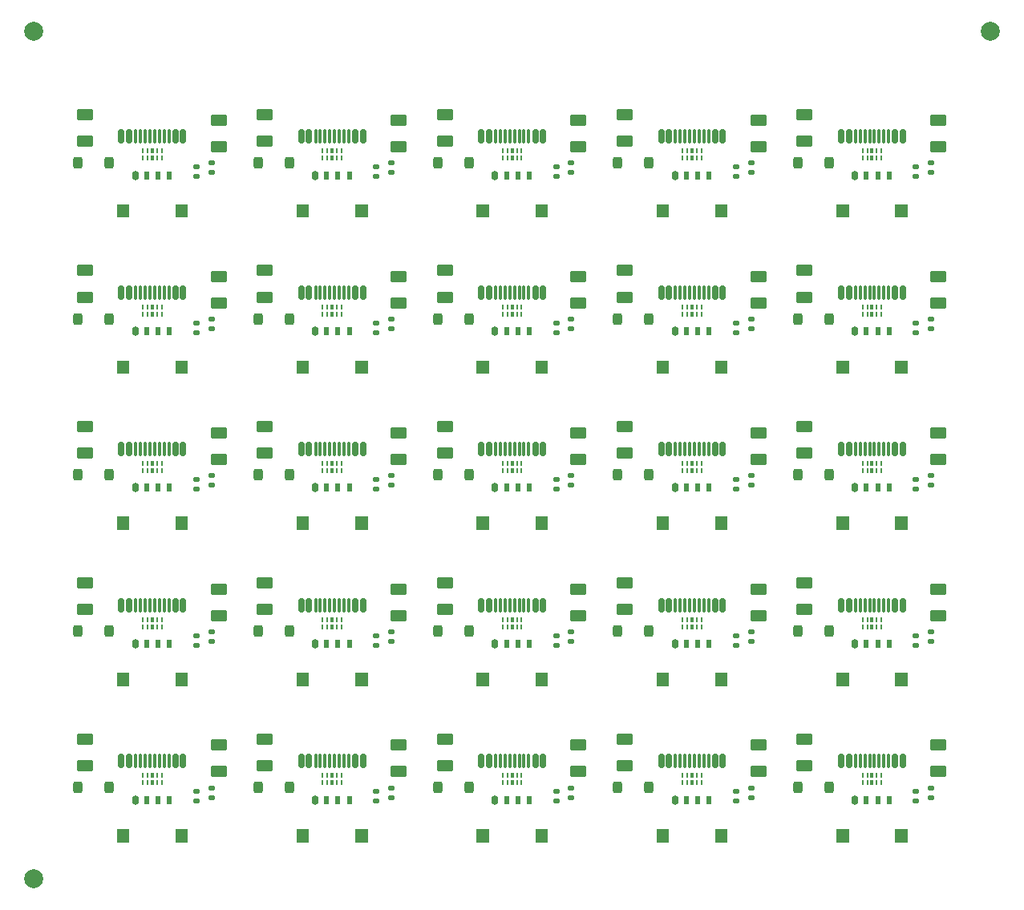
<source format=gtp>
G04 #@! TF.GenerationSoftware,KiCad,Pcbnew,(6.0.11)*
G04 #@! TF.CreationDate,2023-02-11T17:54:05+01:00*
G04 #@! TF.ProjectId,UDB-panel,5544422d-7061-46e6-956c-2e6b69636164,C4-RC1*
G04 #@! TF.SameCoordinates,Original*
G04 #@! TF.FileFunction,Paste,Top*
G04 #@! TF.FilePolarity,Positive*
%FSLAX46Y46*%
G04 Gerber Fmt 4.6, Leading zero omitted, Abs format (unit mm)*
G04 Created by KiCad (PCBNEW (6.0.11)) date 2023-02-11 17:54:05*
%MOMM*%
%LPD*%
G01*
G04 APERTURE LIST*
G04 Aperture macros list*
%AMRoundRect*
0 Rectangle with rounded corners*
0 $1 Rounding radius*
0 $2 $3 $4 $5 $6 $7 $8 $9 X,Y pos of 4 corners*
0 Add a 4 corners polygon primitive as box body*
4,1,4,$2,$3,$4,$5,$6,$7,$8,$9,$2,$3,0*
0 Add four circle primitives for the rounded corners*
1,1,$1+$1,$2,$3*
1,1,$1+$1,$4,$5*
1,1,$1+$1,$6,$7*
1,1,$1+$1,$8,$9*
0 Add four rect primitives between the rounded corners*
20,1,$1+$1,$2,$3,$4,$5,0*
20,1,$1+$1,$4,$5,$6,$7,0*
20,1,$1+$1,$6,$7,$8,$9,0*
20,1,$1+$1,$8,$9,$2,$3,0*%
G04 Aperture macros list end*
%ADD10RoundRect,0.375000X0.000000X-0.125000X0.000000X0.125000X0.000000X0.125000X0.000000X-0.125000X0*%
%ADD11R,0.600000X0.850000*%
%ADD12R,1.000000X1.000000*%
%ADD13RoundRect,0.250000X-0.250000X-0.350000X0.250000X-0.350000X0.250000X0.350000X-0.250000X0.350000X0*%
%ADD14RoundRect,0.135000X-0.185000X0.135000X-0.185000X-0.135000X0.185000X-0.135000X0.185000X0.135000X0*%
%ADD15RoundRect,0.250000X-0.625000X0.375000X-0.625000X-0.375000X0.625000X-0.375000X0.625000X0.375000X0*%
%ADD16RoundRect,0.250000X0.625000X-0.375000X0.625000X0.375000X-0.625000X0.375000X-0.625000X-0.375000X0*%
%ADD17RoundRect,0.150000X0.150000X0.575000X-0.150000X0.575000X-0.150000X-0.575000X0.150000X-0.575000X0*%
%ADD18RoundRect,0.075000X0.075000X0.650000X-0.075000X0.650000X-0.075000X-0.650000X0.075000X-0.650000X0*%
%ADD19RoundRect,0.125000X0.000000X-0.150000X0.000000X-0.150000X0.000000X0.150000X0.000000X0.150000X0*%
%ADD20R,0.250000X0.550000*%
%ADD21R,0.300000X0.550000*%
%ADD22C,2.000000*%
G04 APERTURE END LIST*
G04 #@! TO.C,J2*
G36*
X69550000Y40750000D02*
G01*
X68250000Y40750000D01*
X68250000Y39350000D01*
X69550000Y39350000D01*
X69550000Y40750000D01*
G37*
G36*
X75750000Y40750000D02*
G01*
X74450000Y40750000D01*
X74450000Y39350000D01*
X75750000Y39350000D01*
X75750000Y40750000D01*
G37*
G36*
X37750000Y73750000D02*
G01*
X36450000Y73750000D01*
X36450000Y72350000D01*
X37750000Y72350000D01*
X37750000Y73750000D01*
G37*
G36*
X31550000Y73750000D02*
G01*
X30250000Y73750000D01*
X30250000Y72350000D01*
X31550000Y72350000D01*
X31550000Y73750000D01*
G37*
G36*
X50550000Y24250000D02*
G01*
X49250000Y24250000D01*
X49250000Y22850000D01*
X50550000Y22850000D01*
X50550000Y24250000D01*
G37*
G36*
X56750000Y24250000D02*
G01*
X55450000Y24250000D01*
X55450000Y22850000D01*
X56750000Y22850000D01*
X56750000Y24250000D01*
G37*
G36*
X12550000Y7750000D02*
G01*
X11250000Y7750000D01*
X11250000Y6350000D01*
X12550000Y6350000D01*
X12550000Y7750000D01*
G37*
G36*
X18750000Y7750000D02*
G01*
X17450000Y7750000D01*
X17450000Y6350000D01*
X18750000Y6350000D01*
X18750000Y7750000D01*
G37*
G36*
X56750000Y7750000D02*
G01*
X55450000Y7750000D01*
X55450000Y6350000D01*
X56750000Y6350000D01*
X56750000Y7750000D01*
G37*
G36*
X50550000Y7750000D02*
G01*
X49250000Y7750000D01*
X49250000Y6350000D01*
X50550000Y6350000D01*
X50550000Y7750000D01*
G37*
G36*
X31550000Y24250000D02*
G01*
X30250000Y24250000D01*
X30250000Y22850000D01*
X31550000Y22850000D01*
X31550000Y24250000D01*
G37*
G36*
X37750000Y24250000D02*
G01*
X36450000Y24250000D01*
X36450000Y22850000D01*
X37750000Y22850000D01*
X37750000Y24250000D01*
G37*
G36*
X94750000Y40750000D02*
G01*
X93450000Y40750000D01*
X93450000Y39350000D01*
X94750000Y39350000D01*
X94750000Y40750000D01*
G37*
G36*
X88550000Y40750000D02*
G01*
X87250000Y40750000D01*
X87250000Y39350000D01*
X88550000Y39350000D01*
X88550000Y40750000D01*
G37*
G36*
X31550000Y7750000D02*
G01*
X30250000Y7750000D01*
X30250000Y6350000D01*
X31550000Y6350000D01*
X31550000Y7750000D01*
G37*
G36*
X37750000Y7750000D02*
G01*
X36450000Y7750000D01*
X36450000Y6350000D01*
X37750000Y6350000D01*
X37750000Y7750000D01*
G37*
G36*
X12550000Y73750000D02*
G01*
X11250000Y73750000D01*
X11250000Y72350000D01*
X12550000Y72350000D01*
X12550000Y73750000D01*
G37*
G36*
X18750000Y73750000D02*
G01*
X17450000Y73750000D01*
X17450000Y72350000D01*
X18750000Y72350000D01*
X18750000Y73750000D01*
G37*
G36*
X50550000Y73750000D02*
G01*
X49250000Y73750000D01*
X49250000Y72350000D01*
X50550000Y72350000D01*
X50550000Y73750000D01*
G37*
G36*
X56750000Y73750000D02*
G01*
X55450000Y73750000D01*
X55450000Y72350000D01*
X56750000Y72350000D01*
X56750000Y73750000D01*
G37*
G36*
X37750000Y40750000D02*
G01*
X36450000Y40750000D01*
X36450000Y39350000D01*
X37750000Y39350000D01*
X37750000Y40750000D01*
G37*
G36*
X31550000Y40750000D02*
G01*
X30250000Y40750000D01*
X30250000Y39350000D01*
X31550000Y39350000D01*
X31550000Y40750000D01*
G37*
G36*
X69550000Y57250000D02*
G01*
X68250000Y57250000D01*
X68250000Y55850000D01*
X69550000Y55850000D01*
X69550000Y57250000D01*
G37*
G36*
X75750000Y57250000D02*
G01*
X74450000Y57250000D01*
X74450000Y55850000D01*
X75750000Y55850000D01*
X75750000Y57250000D01*
G37*
G36*
X75750000Y24250000D02*
G01*
X74450000Y24250000D01*
X74450000Y22850000D01*
X75750000Y22850000D01*
X75750000Y24250000D01*
G37*
G36*
X69550000Y24250000D02*
G01*
X68250000Y24250000D01*
X68250000Y22850000D01*
X69550000Y22850000D01*
X69550000Y24250000D01*
G37*
G36*
X94750000Y7750000D02*
G01*
X93450000Y7750000D01*
X93450000Y6350000D01*
X94750000Y6350000D01*
X94750000Y7750000D01*
G37*
G36*
X88550000Y7750000D02*
G01*
X87250000Y7750000D01*
X87250000Y6350000D01*
X88550000Y6350000D01*
X88550000Y7750000D01*
G37*
G36*
X69550000Y7750000D02*
G01*
X68250000Y7750000D01*
X68250000Y6350000D01*
X69550000Y6350000D01*
X69550000Y7750000D01*
G37*
G36*
X75750000Y7750000D02*
G01*
X74450000Y7750000D01*
X74450000Y6350000D01*
X75750000Y6350000D01*
X75750000Y7750000D01*
G37*
G36*
X88550000Y24250000D02*
G01*
X87250000Y24250000D01*
X87250000Y22850000D01*
X88550000Y22850000D01*
X88550000Y24250000D01*
G37*
G36*
X94750000Y24250000D02*
G01*
X93450000Y24250000D01*
X93450000Y22850000D01*
X94750000Y22850000D01*
X94750000Y24250000D01*
G37*
G36*
X94750000Y57250000D02*
G01*
X93450000Y57250000D01*
X93450000Y55850000D01*
X94750000Y55850000D01*
X94750000Y57250000D01*
G37*
G36*
X88550000Y57250000D02*
G01*
X87250000Y57250000D01*
X87250000Y55850000D01*
X88550000Y55850000D01*
X88550000Y57250000D01*
G37*
G36*
X18750000Y24250000D02*
G01*
X17450000Y24250000D01*
X17450000Y22850000D01*
X18750000Y22850000D01*
X18750000Y24250000D01*
G37*
G36*
X12550000Y24250000D02*
G01*
X11250000Y24250000D01*
X11250000Y22850000D01*
X12550000Y22850000D01*
X12550000Y24250000D01*
G37*
G36*
X18750000Y40750000D02*
G01*
X17450000Y40750000D01*
X17450000Y39350000D01*
X18750000Y39350000D01*
X18750000Y40750000D01*
G37*
G36*
X12550000Y40750000D02*
G01*
X11250000Y40750000D01*
X11250000Y39350000D01*
X12550000Y39350000D01*
X12550000Y40750000D01*
G37*
G36*
X56750000Y40750000D02*
G01*
X55450000Y40750000D01*
X55450000Y39350000D01*
X56750000Y39350000D01*
X56750000Y40750000D01*
G37*
G36*
X50550000Y40750000D02*
G01*
X49250000Y40750000D01*
X49250000Y39350000D01*
X50550000Y39350000D01*
X50550000Y40750000D01*
G37*
G36*
X18750000Y57250000D02*
G01*
X17450000Y57250000D01*
X17450000Y55850000D01*
X18750000Y55850000D01*
X18750000Y57250000D01*
G37*
G36*
X12550000Y57250000D02*
G01*
X11250000Y57250000D01*
X11250000Y55850000D01*
X12550000Y55850000D01*
X12550000Y57250000D01*
G37*
G36*
X69550000Y73750000D02*
G01*
X68250000Y73750000D01*
X68250000Y72350000D01*
X69550000Y72350000D01*
X69550000Y73750000D01*
G37*
G36*
X75750000Y73750000D02*
G01*
X74450000Y73750000D01*
X74450000Y72350000D01*
X75750000Y72350000D01*
X75750000Y73750000D01*
G37*
G36*
X56750000Y57250000D02*
G01*
X55450000Y57250000D01*
X55450000Y55850000D01*
X56750000Y55850000D01*
X56750000Y57250000D01*
G37*
G36*
X50550000Y57250000D02*
G01*
X49250000Y57250000D01*
X49250000Y55850000D01*
X50550000Y55850000D01*
X50550000Y57250000D01*
G37*
G36*
X31550000Y57250000D02*
G01*
X30250000Y57250000D01*
X30250000Y55850000D01*
X31550000Y55850000D01*
X31550000Y57250000D01*
G37*
G36*
X37750000Y57250000D02*
G01*
X36450000Y57250000D01*
X36450000Y55850000D01*
X37750000Y55850000D01*
X37750000Y57250000D01*
G37*
G36*
X88550000Y73750000D02*
G01*
X87250000Y73750000D01*
X87250000Y72350000D01*
X88550000Y72350000D01*
X88550000Y73750000D01*
G37*
G36*
X94750000Y73750000D02*
G01*
X93450000Y73750000D01*
X93450000Y72350000D01*
X94750000Y72350000D01*
X94750000Y73750000D01*
G37*
G04 #@! TD*
D10*
G04 #@! TO.C,J2*
X70200000Y43800000D03*
D11*
X71400000Y43800000D03*
X72600000Y43800000D03*
X73800000Y43800000D03*
D12*
X68900000Y40050000D03*
X75100000Y40050000D03*
G04 #@! TD*
D13*
G04 #@! TO.C,D1*
X64150000Y78153000D03*
X67450000Y78153000D03*
G04 #@! TD*
D14*
G04 #@! TO.C,R1*
X95648000Y28210000D03*
X95648000Y27190000D03*
G04 #@! TD*
D15*
G04 #@! TO.C,F1*
X64886000Y83236000D03*
X64886000Y80436000D03*
G04 #@! TD*
D14*
G04 #@! TO.C,R1*
X38648000Y28210000D03*
X38648000Y27190000D03*
G04 #@! TD*
D16*
G04 #@! TO.C,L1*
X41000000Y13817000D03*
X41000000Y16617000D03*
G04 #@! TD*
G04 #@! TO.C,L1*
X60000000Y30317000D03*
X60000000Y33117000D03*
G04 #@! TD*
D13*
G04 #@! TO.C,D1*
X45150000Y12153000D03*
X48450000Y12153000D03*
G04 #@! TD*
D17*
G04 #@! TO.C,J1*
X56248000Y80925000D03*
X55448000Y80925000D03*
D18*
X54248000Y80925000D03*
X53252000Y80925000D03*
X52748000Y80925000D03*
X51748000Y80925000D03*
D17*
X49748000Y80925000D03*
X50548000Y80925000D03*
D18*
X51248000Y80925000D03*
X52248000Y80925000D03*
X53748000Y80925000D03*
X54748000Y80925000D03*
G04 #@! TD*
D13*
G04 #@! TO.C,D1*
X45150000Y28653000D03*
X48450000Y28653000D03*
G04 #@! TD*
D15*
G04 #@! TO.C,F1*
X7886000Y66736000D03*
X7886000Y63936000D03*
G04 #@! TD*
D14*
G04 #@! TO.C,R2*
X40248000Y12110000D03*
X40248000Y11090000D03*
G04 #@! TD*
D19*
G04 #@! TO.C,U1*
X32998000Y78631600D03*
D20*
X33498000Y78631600D03*
D21*
X33998000Y78631600D03*
D20*
X34498000Y78631600D03*
X34998000Y78631600D03*
X34998000Y79401600D03*
X34498000Y79401600D03*
D21*
X33998000Y79401600D03*
D20*
X33498000Y79401600D03*
X32998000Y79401600D03*
G04 #@! TD*
D14*
G04 #@! TO.C,R1*
X19648000Y44710000D03*
X19648000Y43690000D03*
G04 #@! TD*
G04 #@! TO.C,R1*
X19648000Y61210000D03*
X19648000Y60190000D03*
G04 #@! TD*
D15*
G04 #@! TO.C,F1*
X45886000Y50236000D03*
X45886000Y47436000D03*
G04 #@! TD*
D19*
G04 #@! TO.C,U1*
X70998000Y45631600D03*
D20*
X71498000Y45631600D03*
D21*
X71998000Y45631600D03*
D20*
X72498000Y45631600D03*
X72998000Y45631600D03*
X72998000Y46401600D03*
X72498000Y46401600D03*
D21*
X71998000Y46401600D03*
D20*
X71498000Y46401600D03*
X70998000Y46401600D03*
G04 #@! TD*
D10*
G04 #@! TO.C,J2*
X32200000Y76800000D03*
D11*
X33400000Y76800000D03*
X34600000Y76800000D03*
X35800000Y76800000D03*
D12*
X30900000Y73050000D03*
X37100000Y73050000D03*
G04 #@! TD*
D15*
G04 #@! TO.C,F1*
X83886000Y17236000D03*
X83886000Y14436000D03*
G04 #@! TD*
G04 #@! TO.C,F1*
X45886000Y17236000D03*
X45886000Y14436000D03*
G04 #@! TD*
D19*
G04 #@! TO.C,U1*
X51998000Y45631600D03*
D20*
X52498000Y45631600D03*
D21*
X52998000Y45631600D03*
D20*
X53498000Y45631600D03*
X53998000Y45631600D03*
X53998000Y46401600D03*
X53498000Y46401600D03*
D21*
X52998000Y46401600D03*
D20*
X52498000Y46401600D03*
X51998000Y46401600D03*
G04 #@! TD*
D19*
G04 #@! TO.C,U1*
X89998000Y78631600D03*
D20*
X90498000Y78631600D03*
D21*
X90998000Y78631600D03*
D20*
X91498000Y78631600D03*
X91998000Y78631600D03*
X91998000Y79401600D03*
X91498000Y79401600D03*
D21*
X90998000Y79401600D03*
D20*
X90498000Y79401600D03*
X89998000Y79401600D03*
G04 #@! TD*
D10*
G04 #@! TO.C,J2*
X51200000Y27300000D03*
D11*
X52400000Y27300000D03*
X53600000Y27300000D03*
X54800000Y27300000D03*
D12*
X49900000Y23550000D03*
X56100000Y23550000D03*
G04 #@! TD*
D10*
G04 #@! TO.C,J2*
X13200000Y10800000D03*
D11*
X14400000Y10800000D03*
X15600000Y10800000D03*
X16800000Y10800000D03*
D12*
X11900000Y7050000D03*
X18100000Y7050000D03*
G04 #@! TD*
D16*
G04 #@! TO.C,L1*
X79000000Y13817000D03*
X79000000Y16617000D03*
G04 #@! TD*
D19*
G04 #@! TO.C,U1*
X32998000Y45631600D03*
D20*
X33498000Y45631600D03*
D21*
X33998000Y45631600D03*
D20*
X34498000Y45631600D03*
X34998000Y45631600D03*
X34998000Y46401600D03*
X34498000Y46401600D03*
D21*
X33998000Y46401600D03*
D20*
X33498000Y46401600D03*
X32998000Y46401600D03*
G04 #@! TD*
D17*
G04 #@! TO.C,J1*
X56248000Y14925000D03*
X55448000Y14925000D03*
D18*
X54248000Y14925000D03*
X53252000Y14925000D03*
X52748000Y14925000D03*
X51748000Y14925000D03*
D17*
X49748000Y14925000D03*
X50548000Y14925000D03*
D18*
X51248000Y14925000D03*
X52248000Y14925000D03*
X53748000Y14925000D03*
X54748000Y14925000D03*
G04 #@! TD*
D13*
G04 #@! TO.C,D1*
X7150000Y78153000D03*
X10450000Y78153000D03*
G04 #@! TD*
D15*
G04 #@! TO.C,F1*
X83886000Y83236000D03*
X83886000Y80436000D03*
G04 #@! TD*
D13*
G04 #@! TO.C,D1*
X26150000Y12153000D03*
X29450000Y12153000D03*
G04 #@! TD*
G04 #@! TO.C,D1*
X83150000Y12153000D03*
X86450000Y12153000D03*
G04 #@! TD*
D16*
G04 #@! TO.C,L1*
X41000000Y46817000D03*
X41000000Y49617000D03*
G04 #@! TD*
D19*
G04 #@! TO.C,U1*
X89998000Y12631600D03*
D20*
X90498000Y12631600D03*
D21*
X90998000Y12631600D03*
D20*
X91498000Y12631600D03*
X91998000Y12631600D03*
X91998000Y13401600D03*
X91498000Y13401600D03*
D21*
X90998000Y13401600D03*
D20*
X90498000Y13401600D03*
X89998000Y13401600D03*
G04 #@! TD*
D13*
G04 #@! TO.C,D1*
X83150000Y45153000D03*
X86450000Y45153000D03*
G04 #@! TD*
D10*
G04 #@! TO.C,J2*
X51200000Y10800000D03*
D11*
X52400000Y10800000D03*
X53600000Y10800000D03*
X54800000Y10800000D03*
D12*
X49900000Y7050000D03*
X56100000Y7050000D03*
G04 #@! TD*
D14*
G04 #@! TO.C,R2*
X21248000Y12110000D03*
X21248000Y11090000D03*
G04 #@! TD*
D13*
G04 #@! TO.C,D1*
X45150000Y61653000D03*
X48450000Y61653000D03*
G04 #@! TD*
D16*
G04 #@! TO.C,L1*
X79000000Y30317000D03*
X79000000Y33117000D03*
G04 #@! TD*
D10*
G04 #@! TO.C,J2*
X32200000Y27300000D03*
D11*
X33400000Y27300000D03*
X34600000Y27300000D03*
X35800000Y27300000D03*
D12*
X37100000Y23550000D03*
X30900000Y23550000D03*
G04 #@! TD*
D14*
G04 #@! TO.C,R1*
X57648000Y44710000D03*
X57648000Y43690000D03*
G04 #@! TD*
G04 #@! TO.C,R1*
X19648000Y77710000D03*
X19648000Y76690000D03*
G04 #@! TD*
D15*
G04 #@! TO.C,F1*
X7886000Y83236000D03*
X7886000Y80436000D03*
G04 #@! TD*
D13*
G04 #@! TO.C,D1*
X26150000Y61653000D03*
X29450000Y61653000D03*
G04 #@! TD*
D10*
G04 #@! TO.C,J2*
X89200000Y43800000D03*
D11*
X90400000Y43800000D03*
X91600000Y43800000D03*
X92800000Y43800000D03*
D12*
X94100000Y40050000D03*
X87900000Y40050000D03*
G04 #@! TD*
D14*
G04 #@! TO.C,R2*
X40248000Y61610000D03*
X40248000Y60590000D03*
G04 #@! TD*
D15*
G04 #@! TO.C,F1*
X26886000Y83236000D03*
X26886000Y80436000D03*
G04 #@! TD*
D19*
G04 #@! TO.C,U1*
X51998000Y12631600D03*
D20*
X52498000Y12631600D03*
D21*
X52998000Y12631600D03*
D20*
X53498000Y12631600D03*
X53998000Y12631600D03*
X53998000Y13401600D03*
X53498000Y13401600D03*
D21*
X52998000Y13401600D03*
D20*
X52498000Y13401600D03*
X51998000Y13401600D03*
G04 #@! TD*
D13*
G04 #@! TO.C,D1*
X64150000Y45153000D03*
X67450000Y45153000D03*
G04 #@! TD*
D14*
G04 #@! TO.C,R2*
X40248000Y28610000D03*
X40248000Y27590000D03*
G04 #@! TD*
D10*
G04 #@! TO.C,J2*
X32200000Y10800000D03*
D11*
X33400000Y10800000D03*
X34600000Y10800000D03*
X35800000Y10800000D03*
D12*
X37100000Y7050000D03*
X30900000Y7050000D03*
G04 #@! TD*
D10*
G04 #@! TO.C,J2*
X13200000Y76800000D03*
D11*
X14400000Y76800000D03*
X15600000Y76800000D03*
X16800000Y76800000D03*
D12*
X11900000Y73050000D03*
X18100000Y73050000D03*
G04 #@! TD*
D14*
G04 #@! TO.C,R2*
X78248000Y78110000D03*
X78248000Y77090000D03*
G04 #@! TD*
D13*
G04 #@! TO.C,D1*
X7150000Y12153000D03*
X10450000Y12153000D03*
G04 #@! TD*
D15*
G04 #@! TO.C,F1*
X64886000Y33736000D03*
X64886000Y30936000D03*
G04 #@! TD*
D14*
G04 #@! TO.C,R1*
X57648000Y28210000D03*
X57648000Y27190000D03*
G04 #@! TD*
D16*
G04 #@! TO.C,L1*
X22000000Y79817000D03*
X22000000Y82617000D03*
G04 #@! TD*
D14*
G04 #@! TO.C,R2*
X78248000Y12110000D03*
X78248000Y11090000D03*
G04 #@! TD*
D17*
G04 #@! TO.C,J1*
X75248000Y31425000D03*
X74448000Y31425000D03*
D18*
X73248000Y31425000D03*
X72252000Y31425000D03*
X71748000Y31425000D03*
X70748000Y31425000D03*
D17*
X68748000Y31425000D03*
X69548000Y31425000D03*
D18*
X70248000Y31425000D03*
X71248000Y31425000D03*
X72748000Y31425000D03*
X73748000Y31425000D03*
G04 #@! TD*
D15*
G04 #@! TO.C,F1*
X64886000Y66736000D03*
X64886000Y63936000D03*
G04 #@! TD*
D14*
G04 #@! TO.C,R1*
X38648000Y11710000D03*
X38648000Y10690000D03*
G04 #@! TD*
D17*
G04 #@! TO.C,J1*
X37248000Y14925000D03*
X36448000Y14925000D03*
D18*
X35248000Y14925000D03*
X34252000Y14925000D03*
X33748000Y14925000D03*
X32748000Y14925000D03*
D17*
X30748000Y14925000D03*
X31548000Y14925000D03*
D18*
X32248000Y14925000D03*
X33248000Y14925000D03*
X34748000Y14925000D03*
X35748000Y14925000D03*
G04 #@! TD*
D15*
G04 #@! TO.C,F1*
X45886000Y83236000D03*
X45886000Y80436000D03*
G04 #@! TD*
D17*
G04 #@! TO.C,J1*
X94248000Y14925000D03*
X93448000Y14925000D03*
D18*
X92248000Y14925000D03*
X91252000Y14925000D03*
X90748000Y14925000D03*
X89748000Y14925000D03*
D17*
X87748000Y14925000D03*
X88548000Y14925000D03*
D18*
X89248000Y14925000D03*
X90248000Y14925000D03*
X91748000Y14925000D03*
X92748000Y14925000D03*
G04 #@! TD*
D14*
G04 #@! TO.C,R2*
X59248000Y12110000D03*
X59248000Y11090000D03*
G04 #@! TD*
G04 #@! TO.C,R1*
X76648000Y61210000D03*
X76648000Y60190000D03*
G04 #@! TD*
G04 #@! TO.C,R1*
X95648000Y61210000D03*
X95648000Y60190000D03*
G04 #@! TD*
D13*
G04 #@! TO.C,D1*
X26150000Y45153000D03*
X29450000Y45153000D03*
G04 #@! TD*
D22*
G04 #@! TO.C,REF\u002A\u002A*
X2500000Y2500000D03*
G04 #@! TD*
D19*
G04 #@! TO.C,U1*
X13998000Y45631600D03*
D20*
X14498000Y45631600D03*
D21*
X14998000Y45631600D03*
D20*
X15498000Y45631600D03*
X15998000Y45631600D03*
X15998000Y46401600D03*
X15498000Y46401600D03*
D21*
X14998000Y46401600D03*
D20*
X14498000Y46401600D03*
X13998000Y46401600D03*
G04 #@! TD*
D14*
G04 #@! TO.C,R1*
X76648000Y44710000D03*
X76648000Y43690000D03*
G04 #@! TD*
D10*
G04 #@! TO.C,J2*
X51200000Y76800000D03*
D11*
X52400000Y76800000D03*
X53600000Y76800000D03*
X54800000Y76800000D03*
D12*
X56100000Y73050000D03*
X49900000Y73050000D03*
G04 #@! TD*
D14*
G04 #@! TO.C,R2*
X97248000Y45110000D03*
X97248000Y44090000D03*
G04 #@! TD*
D16*
G04 #@! TO.C,L1*
X22000000Y13817000D03*
X22000000Y16617000D03*
G04 #@! TD*
D14*
G04 #@! TO.C,R1*
X57648000Y77710000D03*
X57648000Y76690000D03*
G04 #@! TD*
D19*
G04 #@! TO.C,U1*
X70998000Y12631600D03*
D20*
X71498000Y12631600D03*
D21*
X71998000Y12631600D03*
D20*
X72498000Y12631600D03*
X72998000Y12631600D03*
X72998000Y13401600D03*
X72498000Y13401600D03*
D21*
X71998000Y13401600D03*
D20*
X71498000Y13401600D03*
X70998000Y13401600D03*
G04 #@! TD*
D14*
G04 #@! TO.C,R1*
X38648000Y61210000D03*
X38648000Y60190000D03*
G04 #@! TD*
D17*
G04 #@! TO.C,J1*
X56248000Y64425000D03*
X55448000Y64425000D03*
D18*
X54248000Y64425000D03*
X53252000Y64425000D03*
X52748000Y64425000D03*
X51748000Y64425000D03*
D17*
X49748000Y64425000D03*
X50548000Y64425000D03*
D18*
X51248000Y64425000D03*
X52248000Y64425000D03*
X53748000Y64425000D03*
X54748000Y64425000D03*
G04 #@! TD*
D14*
G04 #@! TO.C,R2*
X97248000Y28610000D03*
X97248000Y27590000D03*
G04 #@! TD*
D13*
G04 #@! TO.C,D1*
X83150000Y28653000D03*
X86450000Y28653000D03*
G04 #@! TD*
D15*
G04 #@! TO.C,F1*
X83886000Y50236000D03*
X83886000Y47436000D03*
G04 #@! TD*
D19*
G04 #@! TO.C,U1*
X51998000Y29131600D03*
D20*
X52498000Y29131600D03*
D21*
X52998000Y29131600D03*
D20*
X53498000Y29131600D03*
X53998000Y29131600D03*
X53998000Y29901600D03*
X53498000Y29901600D03*
D21*
X52998000Y29901600D03*
D20*
X52498000Y29901600D03*
X51998000Y29901600D03*
G04 #@! TD*
D19*
G04 #@! TO.C,U1*
X89998000Y29131600D03*
D20*
X90498000Y29131600D03*
D21*
X90998000Y29131600D03*
D20*
X91498000Y29131600D03*
X91998000Y29131600D03*
X91998000Y29901600D03*
X91498000Y29901600D03*
D21*
X90998000Y29901600D03*
D20*
X90498000Y29901600D03*
X89998000Y29901600D03*
G04 #@! TD*
D16*
G04 #@! TO.C,L1*
X79000000Y79817000D03*
X79000000Y82617000D03*
G04 #@! TD*
D13*
G04 #@! TO.C,D1*
X45150000Y45153000D03*
X48450000Y45153000D03*
G04 #@! TD*
D16*
G04 #@! TO.C,L1*
X98000000Y13817000D03*
X98000000Y16617000D03*
G04 #@! TD*
D13*
G04 #@! TO.C,D1*
X26150000Y28653000D03*
X29450000Y28653000D03*
G04 #@! TD*
D19*
G04 #@! TO.C,U1*
X70998000Y78631600D03*
D20*
X71498000Y78631600D03*
D21*
X71998000Y78631600D03*
D20*
X72498000Y78631600D03*
X72998000Y78631600D03*
X72998000Y79401600D03*
X72498000Y79401600D03*
D21*
X71998000Y79401600D03*
D20*
X71498000Y79401600D03*
X70998000Y79401600D03*
G04 #@! TD*
D15*
G04 #@! TO.C,F1*
X7886000Y50236000D03*
X7886000Y47436000D03*
G04 #@! TD*
D14*
G04 #@! TO.C,R1*
X38648000Y44710000D03*
X38648000Y43690000D03*
G04 #@! TD*
G04 #@! TO.C,R2*
X59248000Y45110000D03*
X59248000Y44090000D03*
G04 #@! TD*
G04 #@! TO.C,R2*
X78248000Y45110000D03*
X78248000Y44090000D03*
G04 #@! TD*
G04 #@! TO.C,R1*
X95648000Y77710000D03*
X95648000Y76690000D03*
G04 #@! TD*
D10*
G04 #@! TO.C,J2*
X32200000Y43800000D03*
D11*
X33400000Y43800000D03*
X34600000Y43800000D03*
X35800000Y43800000D03*
D12*
X37100000Y40050000D03*
X30900000Y40050000D03*
G04 #@! TD*
D13*
G04 #@! TO.C,D1*
X64150000Y12153000D03*
X67450000Y12153000D03*
G04 #@! TD*
D17*
G04 #@! TO.C,J1*
X75248000Y47925000D03*
X74448000Y47925000D03*
D18*
X73248000Y47925000D03*
X72252000Y47925000D03*
X71748000Y47925000D03*
X70748000Y47925000D03*
D17*
X68748000Y47925000D03*
X69548000Y47925000D03*
D18*
X70248000Y47925000D03*
X71248000Y47925000D03*
X72748000Y47925000D03*
X73748000Y47925000D03*
G04 #@! TD*
D17*
G04 #@! TO.C,J1*
X18248000Y47925000D03*
X17448000Y47925000D03*
D18*
X16248000Y47925000D03*
X15252000Y47925000D03*
X14748000Y47925000D03*
X13748000Y47925000D03*
D17*
X11748000Y47925000D03*
X12548000Y47925000D03*
D18*
X13248000Y47925000D03*
X14248000Y47925000D03*
X15748000Y47925000D03*
X16748000Y47925000D03*
G04 #@! TD*
D13*
G04 #@! TO.C,D1*
X7150000Y28653000D03*
X10450000Y28653000D03*
G04 #@! TD*
D14*
G04 #@! TO.C,R2*
X21248000Y28610000D03*
X21248000Y27590000D03*
G04 #@! TD*
D15*
G04 #@! TO.C,F1*
X7886000Y33736000D03*
X7886000Y30936000D03*
G04 #@! TD*
D14*
G04 #@! TO.C,R2*
X21248000Y61610000D03*
X21248000Y60590000D03*
G04 #@! TD*
D10*
G04 #@! TO.C,J2*
X70200000Y60300000D03*
D11*
X71400000Y60300000D03*
X72600000Y60300000D03*
X73800000Y60300000D03*
D12*
X75100000Y56550000D03*
X68900000Y56550000D03*
G04 #@! TD*
D13*
G04 #@! TO.C,D1*
X83150000Y78153000D03*
X86450000Y78153000D03*
G04 #@! TD*
G04 #@! TO.C,D1*
X7150000Y61653000D03*
X10450000Y61653000D03*
G04 #@! TD*
D15*
G04 #@! TO.C,F1*
X64886000Y50236000D03*
X64886000Y47436000D03*
G04 #@! TD*
D14*
G04 #@! TO.C,R2*
X40248000Y45110000D03*
X40248000Y44090000D03*
G04 #@! TD*
D17*
G04 #@! TO.C,J1*
X37248000Y80925000D03*
X36448000Y80925000D03*
D18*
X35248000Y80925000D03*
X34252000Y80925000D03*
X33748000Y80925000D03*
X32748000Y80925000D03*
D17*
X30748000Y80925000D03*
X31548000Y80925000D03*
D18*
X32248000Y80925000D03*
X33248000Y80925000D03*
X34748000Y80925000D03*
X35748000Y80925000D03*
G04 #@! TD*
D16*
G04 #@! TO.C,L1*
X98000000Y46817000D03*
X98000000Y49617000D03*
G04 #@! TD*
D10*
G04 #@! TO.C,J2*
X70200000Y27300000D03*
D11*
X71400000Y27300000D03*
X72600000Y27300000D03*
X73800000Y27300000D03*
D12*
X75100000Y23550000D03*
X68900000Y23550000D03*
G04 #@! TD*
D14*
G04 #@! TO.C,R2*
X59248000Y78110000D03*
X59248000Y77090000D03*
G04 #@! TD*
D10*
G04 #@! TO.C,J2*
X89200000Y10800000D03*
D11*
X90400000Y10800000D03*
X91600000Y10800000D03*
X92800000Y10800000D03*
D12*
X87900000Y7050000D03*
X94100000Y7050000D03*
G04 #@! TD*
D13*
G04 #@! TO.C,D1*
X7150000Y45153000D03*
X10450000Y45153000D03*
G04 #@! TD*
D14*
G04 #@! TO.C,R1*
X76648000Y11710000D03*
X76648000Y10690000D03*
G04 #@! TD*
D13*
G04 #@! TO.C,D1*
X45150000Y78153000D03*
X48450000Y78153000D03*
G04 #@! TD*
D19*
G04 #@! TO.C,U1*
X51998000Y62131600D03*
D20*
X52498000Y62131600D03*
D21*
X52998000Y62131600D03*
D20*
X53498000Y62131600D03*
X53998000Y62131600D03*
X53998000Y62901600D03*
X53498000Y62901600D03*
D21*
X52998000Y62901600D03*
D20*
X52498000Y62901600D03*
X51998000Y62901600D03*
G04 #@! TD*
D17*
G04 #@! TO.C,J1*
X18248000Y64425000D03*
X17448000Y64425000D03*
D18*
X16248000Y64425000D03*
X15252000Y64425000D03*
X14748000Y64425000D03*
X13748000Y64425000D03*
D17*
X11748000Y64425000D03*
X12548000Y64425000D03*
D18*
X13248000Y64425000D03*
X14248000Y64425000D03*
X15748000Y64425000D03*
X16748000Y64425000D03*
G04 #@! TD*
D15*
G04 #@! TO.C,F1*
X26886000Y17236000D03*
X26886000Y14436000D03*
G04 #@! TD*
D14*
G04 #@! TO.C,R1*
X76648000Y77710000D03*
X76648000Y76690000D03*
G04 #@! TD*
D17*
G04 #@! TO.C,J1*
X37248000Y31425000D03*
X36448000Y31425000D03*
D18*
X35248000Y31425000D03*
X34252000Y31425000D03*
X33748000Y31425000D03*
X32748000Y31425000D03*
D17*
X30748000Y31425000D03*
X31548000Y31425000D03*
D18*
X32248000Y31425000D03*
X33248000Y31425000D03*
X34748000Y31425000D03*
X35748000Y31425000D03*
G04 #@! TD*
D10*
G04 #@! TO.C,J2*
X70200000Y10800000D03*
D11*
X71400000Y10800000D03*
X72600000Y10800000D03*
X73800000Y10800000D03*
D12*
X75100000Y7050000D03*
X68900000Y7050000D03*
G04 #@! TD*
D10*
G04 #@! TO.C,J2*
X89200000Y27300000D03*
D11*
X90400000Y27300000D03*
X91600000Y27300000D03*
X92800000Y27300000D03*
D12*
X87900000Y23550000D03*
X94100000Y23550000D03*
G04 #@! TD*
D19*
G04 #@! TO.C,U1*
X13998000Y78631600D03*
D20*
X14498000Y78631600D03*
D21*
X14998000Y78631600D03*
D20*
X15498000Y78631600D03*
X15998000Y78631600D03*
X15998000Y79401600D03*
X15498000Y79401600D03*
D21*
X14998000Y79401600D03*
D20*
X14498000Y79401600D03*
X13998000Y79401600D03*
G04 #@! TD*
D10*
G04 #@! TO.C,J2*
X89200000Y60300000D03*
D11*
X90400000Y60300000D03*
X91600000Y60300000D03*
X92800000Y60300000D03*
D12*
X87900000Y56550000D03*
X94100000Y56550000D03*
G04 #@! TD*
D13*
G04 #@! TO.C,D1*
X64150000Y28653000D03*
X67450000Y28653000D03*
G04 #@! TD*
D19*
G04 #@! TO.C,U1*
X32998000Y62131600D03*
D20*
X33498000Y62131600D03*
D21*
X33998000Y62131600D03*
D20*
X34498000Y62131600D03*
X34998000Y62131600D03*
X34998000Y62901600D03*
X34498000Y62901600D03*
D21*
X33998000Y62901600D03*
D20*
X33498000Y62901600D03*
X32998000Y62901600D03*
G04 #@! TD*
D14*
G04 #@! TO.C,R2*
X21248000Y45110000D03*
X21248000Y44090000D03*
G04 #@! TD*
D17*
G04 #@! TO.C,J1*
X37248000Y64425000D03*
X36448000Y64425000D03*
D18*
X35248000Y64425000D03*
X34252000Y64425000D03*
X33748000Y64425000D03*
X32748000Y64425000D03*
D17*
X30748000Y64425000D03*
X31548000Y64425000D03*
D18*
X32248000Y64425000D03*
X33248000Y64425000D03*
X34748000Y64425000D03*
X35748000Y64425000D03*
G04 #@! TD*
D15*
G04 #@! TO.C,F1*
X26886000Y66736000D03*
X26886000Y63936000D03*
G04 #@! TD*
D14*
G04 #@! TO.C,R2*
X97248000Y61610000D03*
X97248000Y60590000D03*
G04 #@! TD*
G04 #@! TO.C,R2*
X59248000Y28610000D03*
X59248000Y27590000D03*
G04 #@! TD*
D17*
G04 #@! TO.C,J1*
X94248000Y47925000D03*
X93448000Y47925000D03*
D18*
X92248000Y47925000D03*
X91252000Y47925000D03*
X90748000Y47925000D03*
X89748000Y47925000D03*
D17*
X87748000Y47925000D03*
X88548000Y47925000D03*
D18*
X89248000Y47925000D03*
X90248000Y47925000D03*
X91748000Y47925000D03*
X92748000Y47925000D03*
G04 #@! TD*
D14*
G04 #@! TO.C,R1*
X76648000Y28210000D03*
X76648000Y27190000D03*
G04 #@! TD*
D19*
G04 #@! TO.C,U1*
X32998000Y29131600D03*
D20*
X33498000Y29131600D03*
D21*
X33998000Y29131600D03*
D20*
X34498000Y29131600D03*
X34998000Y29131600D03*
X34998000Y29901600D03*
X34498000Y29901600D03*
D21*
X33998000Y29901600D03*
D20*
X33498000Y29901600D03*
X32998000Y29901600D03*
G04 #@! TD*
D16*
G04 #@! TO.C,L1*
X98000000Y63317000D03*
X98000000Y66117000D03*
G04 #@! TD*
D19*
G04 #@! TO.C,U1*
X13998000Y29131600D03*
D20*
X14498000Y29131600D03*
D21*
X14998000Y29131600D03*
D20*
X15498000Y29131600D03*
X15998000Y29131600D03*
X15998000Y29901600D03*
X15498000Y29901600D03*
D21*
X14998000Y29901600D03*
D20*
X14498000Y29901600D03*
X13998000Y29901600D03*
G04 #@! TD*
D14*
G04 #@! TO.C,R1*
X95648000Y11710000D03*
X95648000Y10690000D03*
G04 #@! TD*
D16*
G04 #@! TO.C,L1*
X22000000Y46817000D03*
X22000000Y49617000D03*
G04 #@! TD*
D14*
G04 #@! TO.C,R1*
X38648000Y77710000D03*
X38648000Y76690000D03*
G04 #@! TD*
D16*
G04 #@! TO.C,L1*
X98000000Y79817000D03*
X98000000Y82617000D03*
G04 #@! TD*
D14*
G04 #@! TO.C,R2*
X21248000Y78110000D03*
X21248000Y77090000D03*
G04 #@! TD*
D16*
G04 #@! TO.C,L1*
X79000000Y46817000D03*
X79000000Y49617000D03*
G04 #@! TD*
D19*
G04 #@! TO.C,U1*
X70998000Y62131600D03*
D20*
X71498000Y62131600D03*
D21*
X71998000Y62131600D03*
D20*
X72498000Y62131600D03*
X72998000Y62131600D03*
X72998000Y62901600D03*
X72498000Y62901600D03*
D21*
X71998000Y62901600D03*
D20*
X71498000Y62901600D03*
X70998000Y62901600D03*
G04 #@! TD*
D17*
G04 #@! TO.C,J1*
X94248000Y64425000D03*
X93448000Y64425000D03*
D18*
X92248000Y64425000D03*
X91252000Y64425000D03*
X90748000Y64425000D03*
X89748000Y64425000D03*
D17*
X87748000Y64425000D03*
X88548000Y64425000D03*
D18*
X89248000Y64425000D03*
X90248000Y64425000D03*
X91748000Y64425000D03*
X92748000Y64425000D03*
G04 #@! TD*
D19*
G04 #@! TO.C,U1*
X89998000Y62131600D03*
D20*
X90498000Y62131600D03*
D21*
X90998000Y62131600D03*
D20*
X91498000Y62131600D03*
X91998000Y62131600D03*
X91998000Y62901600D03*
X91498000Y62901600D03*
D21*
X90998000Y62901600D03*
D20*
X90498000Y62901600D03*
X89998000Y62901600D03*
G04 #@! TD*
D14*
G04 #@! TO.C,R1*
X19648000Y28210000D03*
X19648000Y27190000D03*
G04 #@! TD*
D17*
G04 #@! TO.C,J1*
X75248000Y64425000D03*
X74448000Y64425000D03*
D18*
X73248000Y64425000D03*
X72252000Y64425000D03*
X71748000Y64425000D03*
X70748000Y64425000D03*
D17*
X68748000Y64425000D03*
X69548000Y64425000D03*
D18*
X70248000Y64425000D03*
X71248000Y64425000D03*
X72748000Y64425000D03*
X73748000Y64425000D03*
G04 #@! TD*
D17*
G04 #@! TO.C,J1*
X94248000Y31425000D03*
X93448000Y31425000D03*
D18*
X92248000Y31425000D03*
X91252000Y31425000D03*
X90748000Y31425000D03*
X89748000Y31425000D03*
D17*
X87748000Y31425000D03*
X88548000Y31425000D03*
D18*
X89248000Y31425000D03*
X90248000Y31425000D03*
X91748000Y31425000D03*
X92748000Y31425000D03*
G04 #@! TD*
D13*
G04 #@! TO.C,D1*
X64150000Y61653000D03*
X67450000Y61653000D03*
G04 #@! TD*
D17*
G04 #@! TO.C,J1*
X18248000Y31425000D03*
X17448000Y31425000D03*
D18*
X16248000Y31425000D03*
X15252000Y31425000D03*
X14748000Y31425000D03*
X13748000Y31425000D03*
D17*
X11748000Y31425000D03*
X12548000Y31425000D03*
D18*
X13248000Y31425000D03*
X14248000Y31425000D03*
X15748000Y31425000D03*
X16748000Y31425000D03*
G04 #@! TD*
D14*
G04 #@! TO.C,R1*
X57648000Y11710000D03*
X57648000Y10690000D03*
G04 #@! TD*
D16*
G04 #@! TO.C,L1*
X22000000Y30317000D03*
X22000000Y33117000D03*
G04 #@! TD*
D13*
G04 #@! TO.C,D1*
X83150000Y61653000D03*
X86450000Y61653000D03*
G04 #@! TD*
D15*
G04 #@! TO.C,F1*
X64886000Y17236000D03*
X64886000Y14436000D03*
G04 #@! TD*
D16*
G04 #@! TO.C,L1*
X22000000Y63317000D03*
X22000000Y66117000D03*
G04 #@! TD*
D15*
G04 #@! TO.C,F1*
X83886000Y33736000D03*
X83886000Y30936000D03*
G04 #@! TD*
D19*
G04 #@! TO.C,U1*
X89998000Y45631600D03*
D20*
X90498000Y45631600D03*
D21*
X90998000Y45631600D03*
D20*
X91498000Y45631600D03*
X91998000Y45631600D03*
X91998000Y46401600D03*
X91498000Y46401600D03*
D21*
X90998000Y46401600D03*
D20*
X90498000Y46401600D03*
X89998000Y46401600D03*
G04 #@! TD*
D13*
G04 #@! TO.C,D1*
X26150000Y78153000D03*
X29450000Y78153000D03*
G04 #@! TD*
D10*
G04 #@! TO.C,J2*
X13200000Y27300000D03*
D11*
X14400000Y27300000D03*
X15600000Y27300000D03*
X16800000Y27300000D03*
D12*
X11900000Y23550000D03*
X18100000Y23550000D03*
G04 #@! TD*
D14*
G04 #@! TO.C,R2*
X78248000Y28610000D03*
X78248000Y27590000D03*
G04 #@! TD*
D16*
G04 #@! TO.C,L1*
X41000000Y30317000D03*
X41000000Y33117000D03*
G04 #@! TD*
D14*
G04 #@! TO.C,R2*
X59248000Y61610000D03*
X59248000Y60590000D03*
G04 #@! TD*
D15*
G04 #@! TO.C,F1*
X45886000Y33736000D03*
X45886000Y30936000D03*
G04 #@! TD*
D14*
G04 #@! TO.C,R2*
X40248000Y78110000D03*
X40248000Y77090000D03*
G04 #@! TD*
D16*
G04 #@! TO.C,L1*
X79000000Y63317000D03*
X79000000Y66117000D03*
G04 #@! TD*
D17*
G04 #@! TO.C,J1*
X37248000Y47925000D03*
X36448000Y47925000D03*
D18*
X35248000Y47925000D03*
X34252000Y47925000D03*
X33748000Y47925000D03*
X32748000Y47925000D03*
D17*
X30748000Y47925000D03*
X31548000Y47925000D03*
D18*
X32248000Y47925000D03*
X33248000Y47925000D03*
X34748000Y47925000D03*
X35748000Y47925000D03*
G04 #@! TD*
D16*
G04 #@! TO.C,L1*
X60000000Y46817000D03*
X60000000Y49617000D03*
G04 #@! TD*
D15*
G04 #@! TO.C,F1*
X26886000Y33736000D03*
X26886000Y30936000D03*
G04 #@! TD*
D17*
G04 #@! TO.C,J1*
X75248000Y80925000D03*
X74448000Y80925000D03*
D18*
X73248000Y80925000D03*
X72252000Y80925000D03*
X71748000Y80925000D03*
X70748000Y80925000D03*
D17*
X68748000Y80925000D03*
X69548000Y80925000D03*
D18*
X70248000Y80925000D03*
X71248000Y80925000D03*
X72748000Y80925000D03*
X73748000Y80925000D03*
G04 #@! TD*
D17*
G04 #@! TO.C,J1*
X75248000Y14925000D03*
X74448000Y14925000D03*
D18*
X73248000Y14925000D03*
X72252000Y14925000D03*
X71748000Y14925000D03*
X70748000Y14925000D03*
D17*
X68748000Y14925000D03*
X69548000Y14925000D03*
D18*
X70248000Y14925000D03*
X71248000Y14925000D03*
X72748000Y14925000D03*
X73748000Y14925000D03*
G04 #@! TD*
D15*
G04 #@! TO.C,F1*
X83886000Y66736000D03*
X83886000Y63936000D03*
G04 #@! TD*
D14*
G04 #@! TO.C,R2*
X78248000Y61610000D03*
X78248000Y60590000D03*
G04 #@! TD*
D10*
G04 #@! TO.C,J2*
X13200000Y43800000D03*
D11*
X14400000Y43800000D03*
X15600000Y43800000D03*
X16800000Y43800000D03*
D12*
X18100000Y40050000D03*
X11900000Y40050000D03*
G04 #@! TD*
D22*
G04 #@! TO.C,REF\u002A\u002A*
X103500000Y92000000D03*
G04 #@! TD*
D17*
G04 #@! TO.C,J1*
X18248000Y14925000D03*
X17448000Y14925000D03*
D18*
X16248000Y14925000D03*
X15252000Y14925000D03*
X14748000Y14925000D03*
X13748000Y14925000D03*
D17*
X11748000Y14925000D03*
X12548000Y14925000D03*
D18*
X13248000Y14925000D03*
X14248000Y14925000D03*
X15748000Y14925000D03*
X16748000Y14925000D03*
G04 #@! TD*
D19*
G04 #@! TO.C,U1*
X32998000Y12631600D03*
D20*
X33498000Y12631600D03*
D21*
X33998000Y12631600D03*
D20*
X34498000Y12631600D03*
X34998000Y12631600D03*
X34998000Y13401600D03*
X34498000Y13401600D03*
D21*
X33998000Y13401600D03*
D20*
X33498000Y13401600D03*
X32998000Y13401600D03*
G04 #@! TD*
D14*
G04 #@! TO.C,R2*
X97248000Y78110000D03*
X97248000Y77090000D03*
G04 #@! TD*
D15*
G04 #@! TO.C,F1*
X7886000Y17236000D03*
X7886000Y14436000D03*
G04 #@! TD*
D10*
G04 #@! TO.C,J2*
X51200000Y43800000D03*
D11*
X52400000Y43800000D03*
X53600000Y43800000D03*
X54800000Y43800000D03*
D12*
X49900000Y40050000D03*
X56100000Y40050000D03*
G04 #@! TD*
D16*
G04 #@! TO.C,L1*
X60000000Y63317000D03*
X60000000Y66117000D03*
G04 #@! TD*
D15*
G04 #@! TO.C,F1*
X26886000Y50236000D03*
X26886000Y47436000D03*
G04 #@! TD*
D14*
G04 #@! TO.C,R1*
X95648000Y44710000D03*
X95648000Y43690000D03*
G04 #@! TD*
D17*
G04 #@! TO.C,J1*
X56248000Y47925000D03*
X55448000Y47925000D03*
D18*
X54248000Y47925000D03*
X53252000Y47925000D03*
X52748000Y47925000D03*
X51748000Y47925000D03*
D17*
X49748000Y47925000D03*
X50548000Y47925000D03*
D18*
X51248000Y47925000D03*
X52248000Y47925000D03*
X53748000Y47925000D03*
X54748000Y47925000D03*
G04 #@! TD*
D10*
G04 #@! TO.C,J2*
X13200000Y60300000D03*
D11*
X14400000Y60300000D03*
X15600000Y60300000D03*
X16800000Y60300000D03*
D12*
X18100000Y56550000D03*
X11900000Y56550000D03*
G04 #@! TD*
D17*
G04 #@! TO.C,J1*
X18248000Y80925000D03*
X17448000Y80925000D03*
D18*
X16248000Y80925000D03*
X15252000Y80925000D03*
X14748000Y80925000D03*
X13748000Y80925000D03*
D17*
X11748000Y80925000D03*
X12548000Y80925000D03*
D18*
X13248000Y80925000D03*
X14248000Y80925000D03*
X15748000Y80925000D03*
X16748000Y80925000D03*
G04 #@! TD*
D10*
G04 #@! TO.C,J2*
X70200000Y76800000D03*
D11*
X71400000Y76800000D03*
X72600000Y76800000D03*
X73800000Y76800000D03*
D12*
X68900000Y73050000D03*
X75100000Y73050000D03*
G04 #@! TD*
D17*
G04 #@! TO.C,J1*
X56248000Y31425000D03*
X55448000Y31425000D03*
D18*
X54248000Y31425000D03*
X53252000Y31425000D03*
X52748000Y31425000D03*
X51748000Y31425000D03*
D17*
X49748000Y31425000D03*
X50548000Y31425000D03*
D18*
X51248000Y31425000D03*
X52248000Y31425000D03*
X53748000Y31425000D03*
X54748000Y31425000D03*
G04 #@! TD*
D16*
G04 #@! TO.C,L1*
X60000000Y13817000D03*
X60000000Y16617000D03*
G04 #@! TD*
D17*
G04 #@! TO.C,J1*
X94248000Y80925000D03*
X93448000Y80925000D03*
D18*
X92248000Y80925000D03*
X91252000Y80925000D03*
X90748000Y80925000D03*
X89748000Y80925000D03*
D17*
X87748000Y80925000D03*
X88548000Y80925000D03*
D18*
X89248000Y80925000D03*
X90248000Y80925000D03*
X91748000Y80925000D03*
X92748000Y80925000D03*
G04 #@! TD*
D14*
G04 #@! TO.C,R1*
X19648000Y11710000D03*
X19648000Y10690000D03*
G04 #@! TD*
D16*
G04 #@! TO.C,L1*
X60000000Y79817000D03*
X60000000Y82617000D03*
G04 #@! TD*
D10*
G04 #@! TO.C,J2*
X51200000Y60300000D03*
D11*
X52400000Y60300000D03*
X53600000Y60300000D03*
X54800000Y60300000D03*
D12*
X49900000Y56550000D03*
X56100000Y56550000D03*
G04 #@! TD*
D19*
G04 #@! TO.C,U1*
X13998000Y62131600D03*
D20*
X14498000Y62131600D03*
D21*
X14998000Y62131600D03*
D20*
X15498000Y62131600D03*
X15998000Y62131600D03*
X15998000Y62901600D03*
X15498000Y62901600D03*
D21*
X14998000Y62901600D03*
D20*
X14498000Y62901600D03*
X13998000Y62901600D03*
G04 #@! TD*
D19*
G04 #@! TO.C,U1*
X70998000Y29131600D03*
D20*
X71498000Y29131600D03*
D21*
X71998000Y29131600D03*
D20*
X72498000Y29131600D03*
X72998000Y29131600D03*
X72998000Y29901600D03*
X72498000Y29901600D03*
D21*
X71998000Y29901600D03*
D20*
X71498000Y29901600D03*
X70998000Y29901600D03*
G04 #@! TD*
D10*
G04 #@! TO.C,J2*
X32200000Y60300000D03*
D11*
X33400000Y60300000D03*
X34600000Y60300000D03*
X35800000Y60300000D03*
D12*
X30900000Y56550000D03*
X37100000Y56550000D03*
G04 #@! TD*
D22*
G04 #@! TO.C,REF\u002A\u002A*
X2500000Y92000000D03*
G04 #@! TD*
D16*
G04 #@! TO.C,L1*
X41000000Y63317000D03*
X41000000Y66117000D03*
G04 #@! TD*
D10*
G04 #@! TO.C,J2*
X89200000Y76800000D03*
D11*
X90400000Y76800000D03*
X91600000Y76800000D03*
X92800000Y76800000D03*
D12*
X87900000Y73050000D03*
X94100000Y73050000D03*
G04 #@! TD*
D16*
G04 #@! TO.C,L1*
X41000000Y79817000D03*
X41000000Y82617000D03*
G04 #@! TD*
D14*
G04 #@! TO.C,R1*
X57648000Y61210000D03*
X57648000Y60190000D03*
G04 #@! TD*
G04 #@! TO.C,R2*
X97248000Y12110000D03*
X97248000Y11090000D03*
G04 #@! TD*
D19*
G04 #@! TO.C,U1*
X13998000Y12631600D03*
D20*
X14498000Y12631600D03*
D21*
X14998000Y12631600D03*
D20*
X15498000Y12631600D03*
X15998000Y12631600D03*
X15998000Y13401600D03*
X15498000Y13401600D03*
D21*
X14998000Y13401600D03*
D20*
X14498000Y13401600D03*
X13998000Y13401600D03*
G04 #@! TD*
D15*
G04 #@! TO.C,F1*
X45886000Y66736000D03*
X45886000Y63936000D03*
G04 #@! TD*
D19*
G04 #@! TO.C,U1*
X51998000Y78631600D03*
D20*
X52498000Y78631600D03*
D21*
X52998000Y78631600D03*
D20*
X53498000Y78631600D03*
X53998000Y78631600D03*
X53998000Y79401600D03*
X53498000Y79401600D03*
D21*
X52998000Y79401600D03*
D20*
X52498000Y79401600D03*
X51998000Y79401600D03*
G04 #@! TD*
D16*
G04 #@! TO.C,L1*
X98000000Y30317000D03*
X98000000Y33117000D03*
G04 #@! TD*
M02*

</source>
